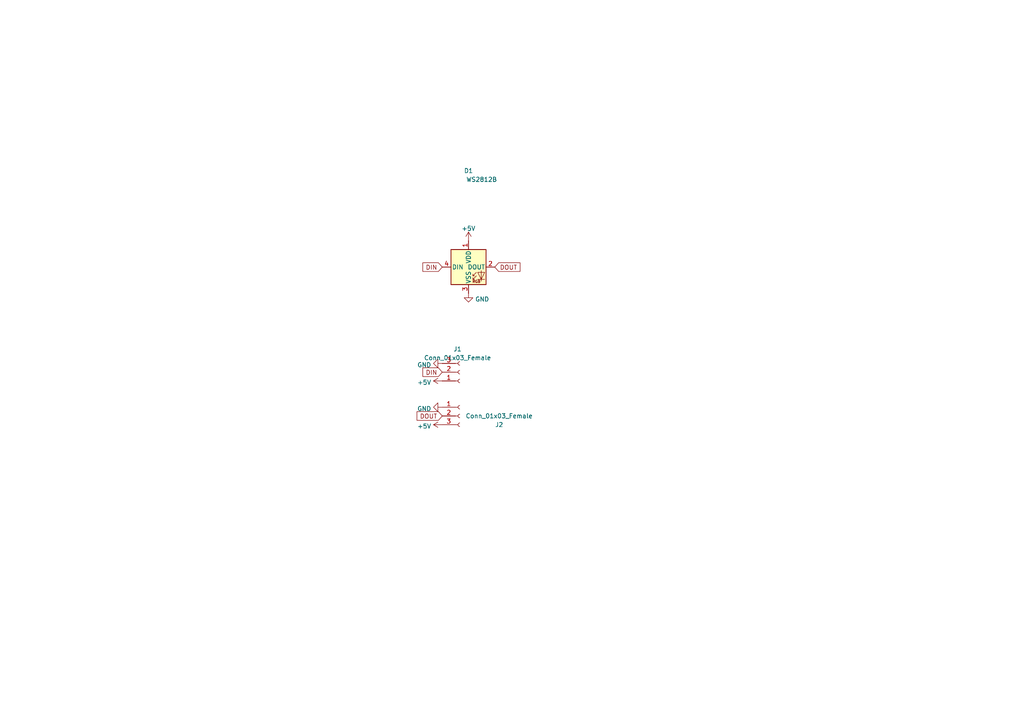
<source format=kicad_sch>
(kicad_sch (version 20211123) (generator eeschema)
  (paper "A4")
  (lib_symbols
    (symbol "Connector:Conn_01x03_Female" (pin_names (offset 1.016) hide)
      (property "Reference" "J" (at 0 5.08 0))
      (property "Value" "Conn_01x03_Female" (at 0 -5.08 0))
      (symbol "Conn_01x03_Female_1_1"
        (arc (start 0 -2.032) (mid -0.508 -2.54) (end 0 -3.048) (stroke (width 0.1524)))
        (polyline (pts (xy -1.27 -2.54) (xy -0.508 -2.54)) (stroke (width 0.1524)))
        (polyline (pts (xy -1.27 0) (xy -0.508 0)) (stroke (width 0.1524)))
        (polyline (pts (xy -1.27 2.54) (xy -0.508 2.54)) (stroke (width 0.1524)))
        (arc (start 0 0.508) (mid -0.508 0) (end 0 -0.508) (stroke (width 0.1524)))
        (arc (start 0 3.048) (mid -0.508 2.54) (end 0 2.032) (stroke (width 0.1524)))
        (pin passive line (at -5.08 2.54 0) (length 3.81) (name "Pin_1") (number "1"))
        (pin passive line (at -5.08 0 0) (length 3.81) (name "Pin_2") (number "2"))
        (pin passive line (at -5.08 -2.54 0) (length 3.81) (name "Pin_3") (number "3"))
      )
    )
    (symbol "LED:WS2812B" (pin_names (offset 0.254))
      (property "Reference" "D" (at 5.08 5.715 0))
      (property "Value" "WS2812B" (at 1.27 -5.715 0))
      (symbol "WS2812B_0_0"
        (text "RGB" (at 2.286 -4.191 0) (effects (font (size 0.762 0.762))))
      )
      (symbol "WS2812B_0_1"
        (polyline (pts (xy 1.27 -3.556) (xy 1.778 -3.556)))
        (polyline (pts (xy 1.27 -2.54) (xy 1.778 -2.54)))
        (polyline (pts (xy 4.699 -3.556) (xy 2.667 -3.556)))
        (polyline (pts (xy 2.286 -2.54) (xy 1.27 -3.556) (xy 1.27 -3.048)))
        (polyline (pts (xy 2.286 -1.524) (xy 1.27 -2.54) (xy 1.27 -2.032)))
        (polyline (pts (xy 3.683 -1.016) (xy 3.683 -3.556) (xy 3.683 -4.064)))
        (polyline (pts (xy 4.699 -1.524) (xy 2.667 -1.524) (xy 3.683 -3.556) (xy 4.699 -1.524)))
        (rectangle (start 5.08 5.08) (end -5.08 -5.08) (stroke (width 0.254)) (fill (type background)))
      )
      (symbol "WS2812B_1_1"
        (pin power_in line (at 0 7.62 270) (length 2.54) (name "VDD") (number "1"))
        (pin output line (at 7.62 0 180) (length 2.54) (name "DOUT") (number "2"))
        (pin power_in line (at 0 -7.62 90) (length 2.54) (name "VSS") (number "3"))
        (pin input line (at -7.62 0 0) (length 2.54) (name "DIN") (number "4"))
      )
    )
    (symbol "power:+5V" (power) (pin_names (offset 0))
      (property "Value" "+5V" (at 0 3.556 0))
      (symbol "+5V_0_1"
        (polyline (pts (xy -0.762 1.27) (xy 0 2.54)))
        (polyline (pts (xy 0 0) (xy 0 2.54)))
        (polyline (pts (xy 0 2.54) (xy 0.762 1.27)))
      )
      (symbol "+5V_1_1"
        (pin power_in line (at 0 0 90) (length 0) hide (name "+5V") (number "1"))
      )
    )
    (symbol "power:GND" (power) (pin_names (offset 0))
      (property "Value" "GND" (at 0 -3.81 0))
      (symbol "GND_0_1"
        (polyline (pts (xy 0 0) (xy 0 -1.27) (xy 1.27 -1.27) (xy 0 -2.54) (xy -1.27 -1.27) (xy 0 -1.27)))
      )
      (symbol "GND_1_1"
        (pin power_in line (at 0 0 270) (length 0) hide (name "GND") (number "1"))
      )
    )
  )
  (global_label "DIN" (shape input) (at 128.27 77.47 180) (property "Intersheet References" "${INTERSHEET_REFS}" (effects hide)))
  (global_label "DOUT" (shape input) (at 128.27 120.65 180) (property "Intersheet References" "${INTERSHEET_REFS}" (effects hide)))
  (global_label "DIN" (shape input) (at 128.27 107.95 180) (property "Intersheet References" "${INTERSHEET_REFS}" (effects hide)))
  (global_label "DOUT" (shape input) (at 143.51 77.47 0) (property "Intersheet References" "${INTERSHEET_REFS}" (effects hide)))
  (symbol (lib_id "power:+5V") (at 128.27 110.49 90) (unit 1)
    (property "Reference" "#PWR05" (effects hide))
    (property "Value" "+5V" (at 125.0951 110.9238 90) (effects (justify left)))
  )
  (symbol (lib_id "LED:WS2812B") (at 135.89 77.47 0) (unit 1)
    (property "Reference" "D1" (at 135.89 49.53 0))
    (property "Value" "WS2812B" (at 139.7 52.07 0))
    (property "Footprint" "LED_SMD:LED_WS2812B_PLCC4_5.0x5.0mm_P3.2mm" (effects hide))
    (property "Datasheet" "https://cdn-shop.adafruit.com/datasheets/WS2812B.pdf" (effects hide))
  )
  (symbol (lib_id "power:+5V") (at 135.89 69.85 0) (unit 1)
    (property "Reference" "#PWR02" (effects hide))
    (property "Value" "+5V" (at 135.89 66.2742 0))
  )
  (symbol (lib_id "power:+5V") (at 128.27 123.19 90) (unit 1)
    (property "Reference" "#PWR07" (effects hide))
    (property "Value" "+5V" (at 125.0951 123.6238 90) (effects (justify left)))
  )
  (symbol (lib_id "power:GND") (at 135.89 85.09 0) (unit 1)
    (property "Reference" "#PWR03" (effects hide))
    (property "Value" "GND" (at 137.795 86.7938 0) (effects (justify left)))
  )
  (symbol (lib_id "Connector:Conn_01x03_Female") (at 133.35 120.65 0) (unit 1)
    (property "Reference" "J2" (at 144.78 123.19 0))
    (property "Value" "Conn_01x03_Female" (at 144.78 120.6531 0))
    (property "Footprint" "Connector_PinHeader_2.54mm:PinHeader_1x03_P2.54mm_Horizontal" (effects hide))
  )
  (symbol (lib_id "power:GND") (at 128.27 105.41 270) (unit 1)
    (property "Reference" "#PWR04" (effects hide))
    (property "Value" "GND" (at 125.0951 105.8438 90) (effects (justify right)))
  )
  (symbol (lib_id "Connector:Conn_01x03_Female") (at 133.35 107.95 0) (mirror x) (unit 1)
    (property "Reference" "J1" (at 132.715 101.253 0))
    (property "Value" "Conn_01x03_Female" (at 132.715 103.7899 0))
    (property "Footprint" "Connector_PinHeader_2.54mm:PinHeader_1x03_P2.54mm_Horizontal" (effects hide))
  )
  (symbol (lib_id "power:GND") (at 128.27 118.11 270) (unit 1)
    (property "Reference" "#PWR06" (effects hide))
    (property "Value" "GND" (at 125.0951 118.5438 90) (effects (justify right)))
  )
)
</source>
